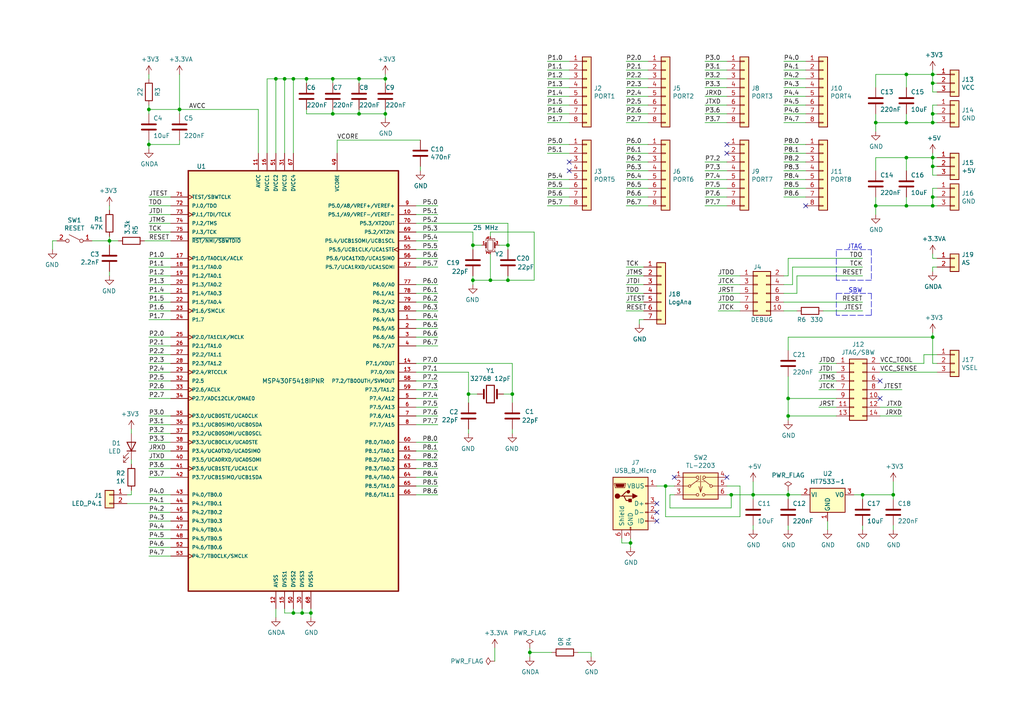
<source format=kicad_sch>
(kicad_sch (version 20211123) (generator eeschema)
  (paper "A4")
  (title_block (title "MSP430-5418A Proto Board") (date "2021-10-19") (rev "1.1") (company "Mathias Gruber"))
  (junction (at 153.67 189.23))
  (junction (at 82.55 22.86))
  (junction (at 218.44 143.51))
  (junction (at 228.6 115.57))
  (junction (at 80.01 22.86))
  (junction (at 85.09 22.86))
  (junction (at 262.89 59.69))
  (junction (at 90.17 177.8))
  (junction (at 262.89 35.56))
  (junction (at 142.24 81.28))
  (junction (at 270.51 33.02))
  (junction (at 228.6 143.51))
  (junction (at 96.52 33.02))
  (junction (at 250.19 143.51))
  (junction (at 270.51 45.72))
  (junction (at 147.32 81.28))
  (junction (at 137.16 71.12))
  (junction (at 270.51 97.79))
  (junction (at 270.51 48.26))
  (junction (at 254 35.56))
  (junction (at 212.09 143.51))
  (junction (at 262.89 21.59))
  (junction (at 31.75 69.85))
  (junction (at 104.14 22.86))
  (junction (at 52.07 31.75))
  (junction (at 270.51 24.13))
  (junction (at 135.89 114.3))
  (junction (at 137.16 81.28))
  (junction (at 193.04 140.97))
  (junction (at 43.18 41.91))
  (junction (at 43.18 31.75))
  (junction (at 147.32 71.12))
  (junction (at 270.51 59.69))
  (junction (at 270.51 35.56))
  (junction (at 111.76 22.86))
  (junction (at 88.9 22.86))
  (junction (at 270.51 21.59))
  (junction (at 104.14 33.02))
  (junction (at 96.52 22.86))
  (junction (at 85.09 177.8))
  (junction (at 259.08 143.51))
  (junction (at 182.88 157.48))
  (junction (at 148.59 114.3))
  (junction (at 254 59.69))
  (junction (at 87.63 177.8))
  (junction (at 228.6 120.65))
  (junction (at 111.76 33.02))
  (junction (at 262.89 45.72))
  (junction (at 270.51 57.15))
  (no_connect (at 190.5 151.13))
  (no_connect (at 190.5 146.05))
  (no_connect (at 165.1 46.99))
  (no_connect (at 165.1 49.53))
  (no_connect (at 195.58 138.43))
  (no_connect (at 233.68 59.69))
  (no_connect (at 190.5 148.59))
  (no_connect (at 255.27 115.57))
  (no_connect (at 255.27 110.49))
  (no_connect (at 210.82 41.91))
  (no_connect (at 210.82 138.43))
  (no_connect (at 210.82 44.45))
  (wire (pts (xy 43.18 41.91) (xy 43.18 40.64)))
  (wire (pts (xy 43.18 31.75) (xy 43.18 33.02)))
  (wire (pts (xy 242.57 107.95) (xy 237.49 107.95)))
  (wire (pts (xy 26.67 69.85) (xy 31.75 69.85)))
  (wire (pts (xy 185.42 92.71) (xy 185.42 93.98)))
  (wire (pts (xy 193.04 140.97) (xy 193.04 149.86)))
  (wire (pts (xy 255.27 113.03) (xy 261.62 113.03)))
  (wire (pts (xy 210.82 35.56) (xy 204.47 35.56)))
  (polyline (pts (xy 242.57 85.09) (xy 252.73 85.09)))
  (polyline (pts (xy 242.57 81.28) (xy 242.57 72.39)))
  (wire (pts (xy 52.07 41.91) (xy 43.18 41.91)))
  (wire (pts (xy 111.76 33.02) (xy 104.14 33.02)))
  (wire (pts (xy 227.33 87.63) (xy 250.19 87.63)))
  (wire (pts (xy 270.51 105.41) (xy 270.51 97.79)))
  (wire (pts (xy 43.18 43.18) (xy 43.18 41.91)))
  (wire (pts (xy 74.93 44.45) (xy 74.93 31.75)))
  (wire (pts (xy 120.65 138.43) (xy 127 138.43)))
  (wire (pts (xy 182.88 157.48) (xy 182.88 158.75)))
  (wire (pts (xy 270.51 54.61) (xy 270.51 57.15)))
  (wire (pts (xy 194.31 147.32) (xy 212.09 147.32)))
  (wire (pts (xy 137.16 81.28) (xy 142.24 81.28)))
  (wire (pts (xy 165.1 30.48) (xy 158.75 30.48)))
  (wire (pts (xy 270.51 24.13) (xy 270.51 26.67)))
  (wire (pts (xy 262.89 35.56) (xy 254 35.56)))
  (wire (pts (xy 254 35.56) (xy 254 33.02)))
  (wire (pts (xy 187.96 52.07) (xy 181.61 52.07)))
  (wire (pts (xy 271.78 54.61) (xy 270.51 54.61)))
  (wire (pts (xy 187.96 35.56) (xy 181.61 35.56)))
  (wire (pts (xy 120.65 128.27) (xy 127 128.27)))
  (wire (pts (xy 137.16 82.55) (xy 137.16 81.28)))
  (wire (pts (xy 153.67 187.96) (xy 153.67 189.23)))
  (wire (pts (xy 242.57 110.49) (xy 237.49 110.49)))
  (wire (pts (xy 233.68 33.02) (xy 227.33 33.02)))
  (wire (pts (xy 228.6 143.51) (xy 232.41 143.51)))
  (wire (pts (xy 210.82 30.48) (xy 204.47 30.48)))
  (wire (pts (xy 270.51 21.59) (xy 270.51 24.13)))
  (wire (pts (xy 187.96 46.99) (xy 181.61 46.99)))
  (wire (pts (xy 210.82 46.99) (xy 204.47 46.99)))
  (wire (pts (xy 233.68 52.07) (xy 227.33 52.07)))
  (wire (pts (xy 227.33 85.09) (xy 231.14 85.09)))
  (wire (pts (xy 233.68 22.86) (xy 227.33 22.86)))
  (wire (pts (xy 254 45.72) (xy 254 49.53)))
  (wire (pts (xy 43.18 30.48) (xy 43.18 31.75)))
  (wire (pts (xy 49.53 153.67) (xy 43.18 153.67)))
  (wire (pts (xy 210.82 22.86) (xy 204.47 22.86)))
  (wire (pts (xy 210.82 54.61) (xy 204.47 54.61)))
  (wire (pts (xy 228.6 152.4) (xy 228.6 153.67)))
  (wire (pts (xy 270.51 33.02) (xy 270.51 35.56)))
  (wire (pts (xy 49.53 110.49) (xy 43.18 110.49)))
  (wire (pts (xy 187.96 57.15) (xy 181.61 57.15)))
  (wire (pts (xy 104.14 22.86) (xy 96.52 22.86)))
  (wire (pts (xy 180.34 157.48) (xy 182.88 157.48)))
  (wire (pts (xy 104.14 33.02) (xy 96.52 33.02)))
  (wire (pts (xy 31.75 68.58) (xy 31.75 69.85)))
  (wire (pts (xy 120.65 118.11) (xy 127 118.11)))
  (wire (pts (xy 212.09 147.32) (xy 212.09 143.51)))
  (wire (pts (xy 262.89 45.72) (xy 254 45.72)))
  (wire (pts (xy 49.53 67.31) (xy 43.18 67.31)))
  (wire (pts (xy 120.65 133.35) (xy 127 133.35)))
  (wire (pts (xy 120.65 72.39) (xy 127 72.39)))
  (wire (pts (xy 270.51 20.32) (xy 270.51 21.59)))
  (wire (pts (xy 120.65 130.81) (xy 127 130.81)))
  (wire (pts (xy 137.16 72.39) (xy 137.16 71.12)))
  (wire (pts (xy 208.28 87.63) (xy 214.63 87.63)))
  (wire (pts (xy 36.83 143.51) (xy 38.1 143.51)))
  (wire (pts (xy 250.19 143.51) (xy 247.65 143.51)))
  (wire (pts (xy 43.18 100.33) (xy 49.53 100.33)))
  (wire (pts (xy 31.75 80.01) (xy 31.75 78.74)))
  (wire (pts (xy 88.9 22.86) (xy 88.9 24.13)))
  (wire (pts (xy 270.51 74.93) (xy 270.51 73.66)))
  (wire (pts (xy 210.82 140.97) (xy 214.63 140.97)))
  (wire (pts (xy 142.24 67.31) (xy 154.94 67.31)))
  (wire (pts (xy 142.24 68.58) (xy 142.24 67.31)))
  (wire (pts (xy 49.53 123.19) (xy 43.18 123.19)))
  (wire (pts (xy 154.94 81.28) (xy 147.32 81.28)))
  (wire (pts (xy 120.65 95.25) (xy 127 95.25)))
  (wire (pts (xy 88.9 22.86) (xy 85.09 22.86)))
  (wire (pts (xy 49.53 69.85) (xy 41.91 69.85)))
  (wire (pts (xy 262.89 57.15) (xy 262.89 59.69)))
  (wire (pts (xy 271.78 59.69) (xy 270.51 59.69)))
  (wire (pts (xy 147.32 72.39) (xy 147.32 71.12)))
  (wire (pts (xy 96.52 33.02) (xy 88.9 33.02)))
  (wire (pts (xy 120.65 85.09) (xy 127 85.09)))
  (wire (pts (xy 186.69 77.47) (xy 181.61 77.47)))
  (wire (pts (xy 96.52 22.86) (xy 88.9 22.86)))
  (wire (pts (xy 49.53 161.29) (xy 43.18 161.29)))
  (wire (pts (xy 153.67 189.23) (xy 153.67 190.5)))
  (wire (pts (xy 270.51 77.47) (xy 270.51 78.74)))
  (wire (pts (xy 237.49 118.11) (xy 242.57 118.11)))
  (wire (pts (xy 121.92 49.53) (xy 121.92 48.26)))
  (wire (pts (xy 231.14 80.01) (xy 250.19 80.01)))
  (wire (pts (xy 120.65 82.55) (xy 127 82.55)))
  (wire (pts (xy 49.53 146.05) (xy 36.83 146.05)))
  (wire (pts (xy 120.65 143.51) (xy 127 143.51)))
  (wire (pts (xy 240.03 151.13) (xy 240.03 153.67)))
  (wire (pts (xy 120.65 123.19) (xy 127 123.19)))
  (wire (pts (xy 210.82 25.4) (xy 204.47 25.4)))
  (wire (pts (xy 49.53 59.69) (xy 43.18 59.69)))
  (wire (pts (xy 96.52 24.13) (xy 96.52 22.86)))
  (wire (pts (xy 195.58 143.51) (xy 194.31 143.51)))
  (wire (pts (xy 165.1 20.32) (xy 158.75 20.32)))
  (wire (pts (xy 165.1 25.4) (xy 158.75 25.4)))
  (wire (pts (xy 186.69 87.63) (xy 181.61 87.63)))
  (wire (pts (xy 120.65 97.79) (xy 127 97.79)))
  (wire (pts (xy 212.09 143.51) (xy 218.44 143.51)))
  (wire (pts (xy 85.09 176.53) (xy 85.09 177.8)))
  (wire (pts (xy 165.1 54.61) (xy 158.75 54.61)))
  (wire (pts (xy 233.68 54.61) (xy 227.33 54.61)))
  (wire (pts (xy 165.1 17.78) (xy 158.75 17.78)))
  (wire (pts (xy 238.76 90.17) (xy 250.19 90.17)))
  (wire (pts (xy 187.96 30.48) (xy 181.61 30.48)))
  (wire (pts (xy 233.68 46.99) (xy 227.33 46.99)))
  (wire (pts (xy 270.51 44.45) (xy 270.51 45.72)))
  (wire (pts (xy 233.68 30.48) (xy 227.33 30.48)))
  (wire (pts (xy 233.68 49.53) (xy 227.33 49.53)))
  (wire (pts (xy 120.65 59.69) (xy 127 59.69)))
  (wire (pts (xy 250.19 144.78) (xy 250.19 143.51)))
  (wire (pts (xy 187.96 44.45) (xy 181.61 44.45)))
  (wire (pts (xy 120.65 107.95) (xy 135.89 107.95)))
  (wire (pts (xy 262.89 33.02) (xy 262.89 35.56)))
  (wire (pts (xy 270.51 97.79) (xy 270.51 96.52)))
  (wire (pts (xy 120.65 69.85) (xy 127 69.85)))
  (wire (pts (xy 120.65 140.97) (xy 127 140.97)))
  (wire (pts (xy 270.51 59.69) (xy 262.89 59.69)))
  (wire (pts (xy 186.69 80.01) (xy 181.61 80.01)))
  (wire (pts (xy 254 59.69) (xy 254 57.15)))
  (wire (pts (xy 120.65 100.33) (xy 127 100.33)))
  (wire (pts (xy 49.53 158.75) (xy 43.18 158.75)))
  (wire (pts (xy 171.45 189.23) (xy 171.45 190.5)))
  (wire (pts (xy 182.88 156.21) (xy 182.88 157.48)))
  (wire (pts (xy 104.14 31.75) (xy 104.14 33.02)))
  (wire (pts (xy 38.1 134.62) (xy 38.1 133.35)))
  (wire (pts (xy 143.51 187.96) (xy 143.51 191.77)))
  (polyline (pts (xy 242.57 72.39) (xy 252.73 72.39)))
  (wire (pts (xy 271.78 35.56) (xy 270.51 35.56)))
  (wire (pts (xy 254 62.23) (xy 254 59.69)))
  (wire (pts (xy 255.27 120.65) (xy 261.62 120.65)))
  (wire (pts (xy 49.53 85.09) (xy 43.18 85.09)))
  (wire (pts (xy 49.53 156.21) (xy 43.18 156.21)))
  (wire (pts (xy 49.53 82.55) (xy 43.18 82.55)))
  (wire (pts (xy 49.53 115.57) (xy 43.18 115.57)))
  (wire (pts (xy 165.1 52.07) (xy 158.75 52.07)))
  (wire (pts (xy 259.08 143.51) (xy 259.08 144.78)))
  (wire (pts (xy 49.53 92.71) (xy 43.18 92.71)))
  (wire (pts (xy 111.76 31.75) (xy 111.76 33.02)))
  (wire (pts (xy 111.76 33.02) (xy 111.76 34.29)))
  (wire (pts (xy 147.32 80.01) (xy 147.32 81.28)))
  (wire (pts (xy 165.1 57.15) (xy 158.75 57.15)))
  (wire (pts (xy 271.78 74.93) (xy 270.51 74.93)))
  (wire (pts (xy 82.55 177.8) (xy 85.09 177.8)))
  (wire (pts (xy 270.51 57.15) (xy 270.51 59.69)))
  (wire (pts (xy 270.51 45.72) (xy 262.89 45.72)))
  (wire (pts (xy 88.9 33.02) (xy 88.9 31.75)))
  (wire (pts (xy 228.6 74.93) (xy 250.19 74.93)))
  (wire (pts (xy 52.07 31.75) (xy 43.18 31.75)))
  (wire (pts (xy 38.1 125.73) (xy 38.1 124.46)))
  (wire (pts (xy 228.6 109.22) (xy 228.6 115.57)))
  (wire (pts (xy 270.51 35.56) (xy 262.89 35.56)))
  (wire (pts (xy 190.5 140.97) (xy 193.04 140.97)))
  (wire (pts (xy 233.68 17.78) (xy 227.33 17.78)))
  (wire (pts (xy 228.6 115.57) (xy 228.6 120.65)))
  (wire (pts (xy 121.92 40.64) (xy 97.79 40.64)))
  (wire (pts (xy 233.68 25.4) (xy 227.33 25.4)))
  (wire (pts (xy 255.27 105.41) (xy 267.97 105.41)))
  (wire (pts (xy 271.78 45.72) (xy 270.51 45.72)))
  (wire (pts (xy 231.14 90.17) (xy 227.33 90.17)))
  (wire (pts (xy 187.96 49.53) (xy 181.61 49.53)))
  (wire (pts (xy 49.53 148.59) (xy 43.18 148.59)))
  (wire (pts (xy 120.65 67.31) (xy 137.16 67.31)))
  (wire (pts (xy 210.82 59.69) (xy 204.47 59.69)))
  (wire (pts (xy 218.44 143.51) (xy 228.6 143.51)))
  (wire (pts (xy 262.89 49.53) (xy 262.89 45.72)))
  (wire (pts (xy 82.55 44.45) (xy 82.55 22.86)))
  (wire (pts (xy 49.53 125.73) (xy 43.18 125.73)))
  (wire (pts (xy 52.07 31.75) (xy 74.93 31.75)))
  (wire (pts (xy 82.55 176.53) (xy 82.55 177.8)))
  (wire (pts (xy 160.02 189.23) (xy 153.67 189.23)))
  (wire (pts (xy 34.29 69.85) (xy 31.75 69.85)))
  (wire (pts (xy 180.34 156.21) (xy 180.34 157.48)))
  (wire (pts (xy 262.89 21.59) (xy 254 21.59)))
  (wire (pts (xy 120.65 64.77) (xy 147.32 64.77)))
  (wire (pts (xy 90.17 176.53) (xy 90.17 177.8)))
  (wire (pts (xy 82.55 22.86) (xy 80.01 22.86)))
  (wire (pts (xy 228.6 143.51) (xy 228.6 142.24)))
  (wire (pts (xy 80.01 44.45) (xy 80.01 22.86)))
  (wire (pts (xy 49.53 74.93) (xy 43.18 74.93)))
  (wire (pts (xy 187.96 22.86) (xy 181.61 22.86)))
  (wire (pts (xy 49.53 77.47) (xy 43.18 77.47)))
  (wire (pts (xy 49.53 120.65) (xy 43.18 120.65)))
  (wire (pts (xy 80.01 176.53) (xy 80.01 179.07)))
  (wire (pts (xy 16.51 69.85) (xy 15.24 69.85)))
  (wire (pts (xy 210.82 52.07) (xy 204.47 52.07)))
  (wire (pts (xy 146.05 114.3) (xy 148.59 114.3)))
  (wire (pts (xy 208.28 90.17) (xy 214.63 90.17)))
  (wire (pts (xy 210.82 57.15) (xy 204.47 57.15)))
  (wire (pts (xy 167.64 189.23) (xy 171.45 189.23)))
  (wire (pts (xy 187.96 54.61) (xy 181.61 54.61)))
  (wire (pts (xy 120.65 87.63) (xy 127 87.63)))
  (wire (pts (xy 233.68 44.45) (xy 227.33 44.45)))
  (wire (pts (xy 214.63 149.86) (xy 193.04 149.86)))
  (wire (pts (xy 228.6 101.6) (xy 228.6 97.79)))
  (wire (pts (xy 270.51 30.48) (xy 270.51 33.02)))
  (wire (pts (xy 212.09 143.51) (xy 210.82 143.51)))
  (wire (pts (xy 233.68 20.32) (xy 227.33 20.32)))
  (wire (pts (xy 165.1 33.02) (xy 158.75 33.02)))
  (wire (pts (xy 233.68 27.94) (xy 227.33 27.94)))
  (wire (pts (xy 49.53 90.17) (xy 43.18 90.17)))
  (wire (pts (xy 165.1 41.91) (xy 158.75 41.91)))
  (wire (pts (xy 187.96 27.94) (xy 181.61 27.94)))
  (wire (pts (xy 270.51 45.72) (xy 270.51 48.26)))
  (wire (pts (xy 186.69 82.55) (xy 181.61 82.55)))
  (wire (pts (xy 85.09 22.86) (xy 82.55 22.86)))
  (wire (pts (xy 228.6 144.78) (xy 228.6 143.51)))
  (wire (pts (xy 120.65 92.71) (xy 127 92.71)))
  (polyline (pts (xy 252.73 72.39) (xy 252.73 81.28)))
  (wire (pts (xy 259.08 143.51) (xy 259.08 139.7)))
  (wire (pts (xy 227.33 82.55) (xy 229.87 82.55)))
  (wire (pts (xy 49.53 151.13) (xy 43.18 151.13)))
  (wire (pts (xy 97.79 40.64) (xy 97.79 44.45)))
  (wire (pts (xy 271.78 21.59) (xy 270.51 21.59)))
  (wire (pts (xy 52.07 33.02) (xy 52.07 31.75)))
  (wire (pts (xy 218.44 152.4) (xy 218.44 153.67)))
  (wire (pts (xy 52.07 40.64) (xy 52.07 41.91)))
  (wire (pts (xy 218.44 139.7) (xy 218.44 143.51)))
  (wire (pts (xy 254 38.1) (xy 254 35.56)))
  (wire (pts (xy 218.44 144.78) (xy 218.44 143.51)))
  (wire (pts (xy 148.59 116.84) (xy 148.59 114.3)))
  (wire (pts (xy 193.04 140.97) (xy 195.58 140.97)))
  (wire (pts (xy 233.68 57.15) (xy 227.33 57.15)))
  (wire (pts (xy 49.53 107.95) (xy 43.18 107.95)))
  (wire (pts (xy 148.59 105.41) (xy 148.59 114.3)))
  (wire (pts (xy 210.82 20.32) (xy 204.47 20.32)))
  (wire (pts (xy 85.09 44.45) (xy 85.09 22.86)))
  (wire (pts (xy 87.63 176.53) (xy 87.63 177.8)))
  (wire (pts (xy 165.1 35.56) (xy 158.75 35.56)))
  (wire (pts (xy 210.82 33.02) (xy 204.47 33.02)))
  (wire (pts (xy 165.1 22.86) (xy 158.75 22.86)))
  (wire (pts (xy 135.89 125.73) (xy 135.89 124.46)))
  (wire (pts (xy 144.78 71.12) (xy 147.32 71.12)))
  (wire (pts (xy 49.53 138.43) (xy 43.18 138.43)))
  (wire (pts (xy 120.65 110.49) (xy 127 110.49)))
  (wire (pts (xy 242.57 115.57) (xy 228.6 115.57)))
  (wire (pts (xy 227.33 80.01) (xy 228.6 80.01)))
  (wire (pts (xy 255.27 118.11) (xy 261.62 118.11)))
  (wire (pts (xy 147.32 81.28) (xy 142.24 81.28)))
  (wire (pts (xy 148.59 125.73) (xy 148.59 124.46)))
  (wire (pts (xy 254 21.59) (xy 254 25.4)))
  (wire (pts (xy 137.16 71.12) (xy 137.16 67.31)))
  (wire (pts (xy 262.89 59.69) (xy 254 59.69)))
  (wire (pts (xy 104.14 24.13) (xy 104.14 22.86)))
  (wire (pts (xy 77.47 22.86) (xy 77.47 44.45)))
  (wire (pts (xy 229.87 82.55) (xy 229.87 77.47)))
  (wire (pts (xy 186.69 85.09) (xy 181.61 85.09)))
  (wire (pts (xy 147.32 71.12) (xy 147.32 64.77)))
  (wire (pts (xy 15.24 69.85) (xy 15.24 72.39)))
  (wire (pts (xy 49.53 130.81) (xy 43.18 130.81)))
  (wire (pts (xy 120.65 113.03) (xy 127 113.03)))
  (wire (pts (xy 187.96 59.69) (xy 181.61 59.69)))
  (wire (pts (xy 250.19 152.4) (xy 250.19 153.67)))
  (wire (pts (xy 186.69 90.17) (xy 181.61 90.17)))
  (wire (pts (xy 49.53 128.27) (xy 43.18 128.27)))
  (wire (pts (xy 187.96 41.91) (xy 181.61 41.91)))
  (polyline (pts (xy 252.73 91.44) (xy 242.57 91.44)))
  (wire (pts (xy 120.65 74.93) (xy 127 74.93)))
  (wire (pts (xy 210.82 17.78) (xy 204.47 17.78)))
  (wire (pts (xy 85.09 177.8) (xy 87.63 177.8)))
  (wire (pts (xy 111.76 22.86) (xy 104.14 22.86)))
  (wire (pts (xy 49.53 102.87) (xy 43.18 102.87)))
  (wire (pts (xy 165.1 44.45) (xy 158.75 44.45)))
  (wire (pts (xy 210.82 27.94) (xy 204.47 27.94)))
  (wire (pts (xy 242.57 120.65) (xy 228.6 120.65)))
  (wire (pts (xy 49.53 105.41) (xy 43.18 105.41)))
  (wire (pts (xy 229.87 77.47) (xy 250.19 77.47)))
  (wire (pts (xy 38.1 142.24) (xy 38.1 143.51)))
  (wire (pts (xy 120.65 135.89) (xy 127 135.89)))
  (wire (pts (xy 165.1 27.94) (xy 158.75 27.94)))
  (wire (pts (xy 80.01 22.86) (xy 77.47 22.86)))
  (wire (pts (xy 208.28 80.01) (xy 214.63 80.01)))
  (wire (pts (xy 208.28 85.09) (xy 214.63 85.09)))
  (wire (pts (xy 270.51 21.59) (xy 262.89 21.59)))
  (wire (pts (xy 271.78 48.26) (xy 270.51 48.26)))
  (wire (pts (xy 208.28 82.55) (xy 214.63 82.55)))
  (wire (pts (xy 120.65 105.41) (xy 148.59 105.41)))
  (polyline (pts (xy 252.73 81.28) (xy 242.57 81.28)))
  (wire (pts (xy 49.53 80.01) (xy 43.18 80.01)))
  (wire (pts (xy 52.07 31.75) (xy 52.07 21.59)))
  (wire (pts (xy 111.76 22.86) (xy 111.76 24.13)))
  (wire (pts (xy 49.53 97.79) (xy 43.18 97.79)))
  (wire (pts (xy 259.08 152.4) (xy 259.08 153.67)))
  (wire (pts (xy 49.53 62.23) (xy 43.18 62.23)))
  (wire (pts (xy 139.7 71.12) (xy 137.16 71.12)))
  (wire (pts (xy 137.16 80.01) (xy 137.16 81.28)))
  (wire (pts (xy 233.68 41.91) (xy 227.33 41.91)))
  (wire (pts (xy 31.75 69.85) (xy 31.75 71.12)))
  (wire (pts (xy 271.78 24.13) (xy 270.51 24.13)))
  (wire (pts (xy 228.6 80.01) (xy 228.6 74.93)))
  (wire (pts (xy 43.18 21.59) (xy 43.18 22.86)))
  (wire (pts (xy 142.24 81.28) (xy 142.24 73.66)))
  (wire (pts (xy 96.52 31.75) (xy 96.52 33.02)))
  (wire (pts (xy 186.69 92.71) (xy 185.42 92.71)))
  (wire (pts (xy 49.53 64.77) (xy 43.18 64.77)))
  (wire (pts (xy 270.51 50.8) (xy 271.78 50.8)))
  (wire (pts (xy 231.14 85.09) (xy 231.14 80.01)))
  (wire (pts (xy 210.82 49.53) (xy 204.47 49.53)))
  (wire (pts (xy 242.57 113.03) (xy 237.49 113.03)))
  (wire (pts (xy 255.27 107.95) (xy 271.78 107.95)))
  (wire (pts (xy 267.97 102.87) (xy 267.97 105.41)))
  (wire (pts (xy 120.65 62.23) (xy 127 62.23)))
  (wire (pts (xy 267.97 102.87) (xy 271.78 102.87)))
  (wire (pts (xy 271.78 30.48) (xy 270.51 30.48)))
  (wire (pts (xy 135.89 116.84) (xy 135.89 114.3)))
  (wire (pts (xy 187.96 33.02) (xy 181.61 33.02)))
  (polyline (pts (xy 252.73 85.09) (xy 252.73 91.44)))
  (wire (pts (xy 49.53 87.63) (xy 43.18 87.63)))
  (wire (pts (xy 120.65 90.17) (xy 127 90.17)))
  (wire (pts (xy 165.1 59.69) (xy 158.75 59.69)))
  (wire (pts (xy 49.53 143.51) (xy 43.18 143.51)))
  (wire (pts (xy 49.53 135.89) (xy 43.18 135.89)))
  (wire (pts (xy 271.78 77.47) (xy 270.51 77.47)))
  (wire (pts (xy 250.19 143.51) (xy 259.08 143.51)))
  (wire (pts (xy 187.96 17.78) (xy 181.61 17.78)))
  (wire (pts (xy 135.89 107.95) (xy 135.89 114.3)))
  (wire (pts (xy 87.63 177.8) (xy 90.17 177.8)))
  (wire (pts (xy 214.63 140.97) (xy 214.63 149.86)))
  (wire (pts (xy 49.53 133.35) (xy 43.18 133.35)))
  (wire (pts (xy 270.51 48.26) (xy 270.51 50.8)))
  (wire (pts (xy 262.89 25.4) (xy 262.89 21.59)))
  (wire (pts (xy 111.76 21.59) (xy 111.76 22.86)))
  (wire (pts (xy 120.65 77.47) (xy 127 77.47)))
  (wire (pts (xy 271.78 57.15) (xy 270.51 57.15)))
  (wire (pts (xy 120.65 115.57) (xy 127 115.57)))
  (wire (pts (xy 271.78 105.41) (xy 270.51 105.41)))
  (wire (pts (xy 228.6 120.65) (xy 228.6 121.92)))
  (wire (pts (xy 49.53 113.03) (xy 43.18 113.03)))
  (wire (pts (xy 233.68 35.56) (xy 227.33 35.56)))
  (wire (pts (xy 31.75 60.96) (xy 31.75 59.69)))
  (wire (pts (xy 154.94 67.31) (xy 154.94 81.28)))
  (wire (pts (xy 138.43 114.3) (xy 135.89 114.3)))
  (wire (pts (xy 187.96 25.4) (xy 181.61 25.4)))
  (polyline (pts (xy 242.57 91.44) (xy 242.57 85.09)))
  (wire (pts (xy 237.49 105.41) (xy 242.57 105.41)))
  (wire (pts (xy 49.53 57.15) (xy 43.18 57.15)))
  (wire (pts (xy 271.78 33.02) (xy 270.51 33.02)))
  (wire (pts (xy 270.51 26.67) (xy 271.78 26.67)))
  (wire (pts (xy 194.31 143.51) (xy 194.31 147.32)))
  (wire (pts (xy 90.17 177.8) (xy 90.17 179.07)))
  (wire (pts (xy 187.96 20.32) (xy 181.61 20.32)))
  (wire (pts (xy 228.6 97.79) (xy 270.51 97.79)))
  (wire (pts (xy 120.65 120.65) (xy 127 120.65)))
  (text "SBW" (at 250.19 85.09 180) (effects (font (size 1.27 1.27)) (justify right bottom)))
  (text "JTAG" (at 250.19 72.39 180) (effects (font (size 1.27 1.27)) (justify right bottom)))
  (label "P7.6" (at 204.47 57.15 0))
  (label "P3.7" (at 43.18 138.43 0))
  (label "P1.5" (at 43.18 87.63 0))
  (label "P5.6" (at 127 74.93 180))
  (label "P8.0" (at 127 128.27 180))
  (label "P2.5" (at 43.18 110.49 0))
  (label "P2.7" (at 43.18 115.57 0))
  (label "P7.5" (at 127 118.11 180))
  (label "P7.2" (at 127 110.49 180))
  (label "P5.5" (at 158.75 54.61 0))
  (label "RESET" (at 181.61 90.17 0))
  (label "P2.4" (at 43.18 107.95 0))
  (label "P6.3" (at 127 90.17 180))
  (label "JTDI" (at 237.49 107.95 0))
  (label "P7.4" (at 127 115.57 180))
  (label "P1.5" (at 158.75 30.48 0))
  (label "P8.0" (at 227.33 41.91 0))
  (label "TDO" (at 43.18 59.69 0))
  (label "P1.2" (at 43.18 80.01 0))
  (label "P7.2" (at 204.47 46.99 0))
  (label "P1.1" (at 43.18 77.47 0))
  (label "RESET" (at 43.18 69.85 0))
  (label "P4.1" (at 43.18 146.05 0))
  (label "P8.2" (at 227.33 46.99 0))
  (label "P5.2" (at 127 64.77 180))
  (label "JTDO" (at 208.28 80.01 0))
  (label "P4.5" (at 43.18 156.21 0))
  (label "TCK" (at 250.19 77.47 180))
  (label "P8.4" (at 227.33 52.07 0))
  (label "JTDI" (at 43.18 62.23 0))
  (label "P4.0" (at 227.33 17.78 0))
  (label "P5.0" (at 158.75 41.91 0))
  (label "P4.6" (at 43.18 158.75 0))
  (label "P5.0" (at 127 59.69 180))
  (label "JTXD" (at 43.18 133.35 0))
  (label "P8.6" (at 127 143.51 180))
  (label "P7.6" (at 127 120.65 180))
  (label "P2.4" (at 181.61 27.94 0))
  (label "P3.2" (at 204.47 22.86 0))
  (label "P5.4" (at 158.75 52.07 0))
  (label "P2.1" (at 43.18 100.33 0))
  (label "P1.7" (at 43.18 92.71 0))
  (label "P1.3" (at 43.18 82.55 0))
  (label "P7.3" (at 204.47 49.53 0))
  (label "P6.2" (at 181.61 46.99 0))
  (label "VCORE" (at 97.79 40.64 0))
  (label "P4.3" (at 227.33 25.4 0))
  (label "P2.3" (at 181.61 25.4 0))
  (label "P8.3" (at 227.33 49.53 0))
  (label "P6.1" (at 181.61 44.45 0))
  (label "P1.3" (at 158.75 25.4 0))
  (label "P7.3" (at 127 113.03 180))
  (label "P6.5" (at 127 95.25 180))
  (label "P7.4" (at 204.47 52.07 0))
  (label "P7.7" (at 127 123.19 180))
  (label "TCK" (at 43.18 67.31 0))
  (label "JTCK" (at 208.28 82.55 0))
  (label "P3.3" (at 204.47 25.4 0))
  (label "P3.1" (at 204.47 20.32 0))
  (label "P1.0" (at 43.18 74.93 0))
  (label "TDO" (at 181.61 85.09 0))
  (label "P4.4" (at 43.18 153.67 0))
  (label "P4.0" (at 43.18 143.51 0))
  (label "P7.1" (at 127 107.95 180))
  (label "P4.3" (at 43.18 151.13 0))
  (label "RESET" (at 250.19 80.01 180))
  (label "P6.6" (at 181.61 57.15 0))
  (label "P4.6" (at 227.33 33.02 0))
  (label "JTMS" (at 237.49 110.49 0))
  (label "P3.1" (at 43.18 123.19 0))
  (label "P8.4" (at 127 138.43 180))
  (label "JTEST" (at 181.61 87.63 0))
  (label "TDO" (at 250.19 74.93 180))
  (label "P6.7" (at 181.61 59.69 0))
  (label "P1.6" (at 43.18 90.17 0))
  (label "P3.3" (at 43.18 128.27 0))
  (label "P1.0" (at 158.75 17.78 0))
  (label "P5.5" (at 127 72.39 180))
  (label "P8.6" (at 227.33 57.15 0))
  (label "JRST" (at 208.28 85.09 0))
  (label "P6.6" (at 127 97.79 180))
  (label "P6.1" (at 127 85.09 180))
  (label "P3.2" (at 43.18 125.73 0))
  (label "P5.7" (at 127 77.47 180))
  (label "P5.3" (at 127 67.31 180))
  (label "JRXD" (at 204.47 27.94 0))
  (label "P2.2" (at 43.18 102.87 0))
  (label "P4.1" (at 227.33 20.32 0))
  (label "P6.4" (at 181.61 52.07 0))
  (label "JTXD" (at 204.47 30.48 0))
  (label "P3.0" (at 204.47 17.78 0))
  (label "P6.5" (at 181.61 54.61 0))
  (label "P3.6" (at 204.47 33.02 0))
  (label "P4.2" (at 227.33 22.86 0))
  (label "JTMS" (at 43.18 64.77 0))
  (label "JTXD" (at 261.62 118.11 180))
  (label "AVCC" (at 59.69 31.75 180))
  (label "VCC_SENSE" (at 255.27 107.95 0))
  (label "P6.7" (at 127 100.33 180))
  (label "P4.4" (at 227.33 27.94 0))
  (label "P8.2" (at 127 133.35 180))
  (label "P6.3" (at 181.61 49.53 0))
  (label "P8.5" (at 227.33 54.61 0))
  (label "P1.4" (at 158.75 27.94 0))
  (label "JTDI" (at 181.61 82.55 0))
  (label "P6.0" (at 181.61 41.91 0))
  (label "RESET" (at 250.19 87.63 180))
  (label "P1.1" (at 158.75 20.32 0))
  (label "JTCK" (at 237.49 113.03 0))
  (label "P8.3" (at 127 135.89 180))
  (label "P2.0" (at 43.18 97.79 0))
  (label "JTEST" (at 250.19 90.17 180))
  (label "P5.7" (at 158.75 59.69 0))
  (label "P1.6" (at 158.75 33.02 0))
  (label "P4.7" (at 43.18 161.29 0))
  (label "P7.0" (at 127 105.41 180))
  (label "JRXD" (at 261.62 120.65 180))
  (label "P8.1" (at 227.33 44.45 0))
  (label "P4.7" (at 227.33 35.56 0))
  (label "P5.6" (at 158.75 57.15 0))
  (label "P5.1" (at 158.75 44.45 0))
  (label "P4.2" (at 43.18 148.59 0))
  (label "P2.6" (at 181.61 33.02 0))
  (label "P1.2" (at 158.75 22.86 0))
  (label "P7.7" (at 204.47 59.69 0))
  (label "JRST" (at 237.49 118.11 0))
  (label "P3.6" (at 43.18 135.89 0))
  (label "P2.1" (at 181.61 20.32 0))
  (label "VCC_TOOL" (at 255.27 105.41 0))
  (label "P2.7" (at 181.61 35.56 0))
  (label "P8.1" (at 127 130.81 180))
  (label "JTMS" (at 181.61 80.01 0))
  (label "P4.5" (at 227.33 30.48 0))
  (label "P7.5" (at 204.47 54.61 0))
  (label "JTDO" (at 237.49 105.41 0))
  (label "TCK" (at 181.61 77.47 0))
  (label "P3.7" (at 204.47 35.56 0))
  (label "P2.3" (at 43.18 105.41 0))
  (label "P3.0" (at 43.18 120.65 0))
  (label "P1.7" (at 158.75 35.56 0))
  (label "P2.2" (at 181.61 22.86 0))
  (label "JRXD" (at 43.18 130.81 0))
  (label "P6.2" (at 127 87.63 180))
  (label "P5.4" (at 127 69.85 180))
  (label "P6.0" (at 127 82.55 180))
  (label "JTDO" (at 208.28 87.63 0))
  (label "P2.6" (at 43.18 113.03 0))
  (label "P2.0" (at 181.61 17.78 0))
  (label "P6.4" (at 127 92.71 180))
  (label "P5.1" (at 127 62.23 180))
  (label "JTEST" (at 261.62 113.03 180))
  (label "P2.5" (at 181.61 30.48 0))
  (label "JTEST" (at 43.18 57.15 0))
  (label "P8.5" (at 127 140.97 180))
  (label "P1.4" (at 43.18 85.09 0))
  (label "JTCK" (at 208.28 90.17 0))
  (symbol (lib_id "power:+3.3V") (at 111.76 21.59 0) (unit 1)
    (property "Reference" "#PWR011" (effects hide))
    (property "Value" "+3.3V" (at 112.141 17.1958 0))
  )
  (symbol (lib_id "power:GND") (at 90.17 179.07 0) (unit 1)
    (property "Reference" "#PWR010" (effects hide))
    (property "Value" "GND" (at 90.297 183.4642 0))
  )
  (symbol (lib_id "Connector:USB_B_Micro") (at 182.88 146.05 0) (unit 1)
    (property "Reference" "J7" (at 184.3278 134.1882 0))
    (property "Value" "USB_B_Micro" (at 184.3278 136.4996 0))
    (property "Footprint" "lib:USB_Micro-B_Molex-105017-0001-handsolder" (effects hide))
    (property "LCSC" "C10418" (effects hide))
    (property "Descr" "1 1A 母座 USB - Micro B 5 USB 2.0 SMD USB Connectors ROHS" (effects hide))
  )
  (symbol (lib_id "Connector_Generic:Conn_02x07_Odd_Even") (at 247.65 113.03 0) (unit 1)
    (property "Reference" "J12" (at 248.92 99.8982 0))
    (property "Value" "JTAG/SBW" (at 248.92 102.2096 0))
    (property "Footprint" "Connector_IDC:IDC-Header_2x07_P2.54mm_Vertical" (effects hide))
  )
  (symbol (lib_id "power:+5V") (at 218.44 139.7 0) (unit 1)
    (property "Reference" "#PWR015" (effects hide))
    (property "Value" "+5V" (at 218.821 135.3058 0))
  )
  (symbol (lib_id "Connector_Generic:Conn_01x03") (at 276.86 105.41 0) (unit 1)
    (property "Reference" "J17" (at 278.892 104.3432 0) (effects (justify left)))
    (property "Value" "VSEL" (at 278.892 106.6546 0) (effects (justify left)))
    (property "Footprint" "Connector_PinHeader_2.54mm:PinHeader_1x03_P2.54mm_Vertical" (effects hide))
  )
  (symbol (lib_id "power:+3.3V") (at 270.51 96.52 0) (unit 1)
    (property "Reference" "#PWR025" (effects hide))
    (property "Value" "+3.3V" (at 270.891 92.1258 0))
  )
  (symbol (lib_id "power:GND") (at 228.6 121.92 0) (unit 1)
    (property "Reference" "#PWR017" (effects hide))
    (property "Value" "GND" (at 228.727 126.3142 0))
  )
  (symbol (lib_id "Device:R") (at 31.75 64.77 0) (mirror y) (unit 1)
    (property "Reference" "R1" (at 29.972 63.6016 0) (effects (justify left)))
    (property "Value" "47K" (at 29.972 65.913 0) (effects (justify left)))
    (property "Footprint" "Resistor_SMD:R_0603_1608Metric_Pad0.98x0.95mm_HandSolder" (effects hide))
    (property "Descr" "0603 Chip Resistor - Surface Mount ROHS" (effects hide))
  )
  (symbol (lib_id "Device:C") (at 31.75 74.93 0) (mirror y) (unit 1)
    (property "Reference" "C3" (at 28.829 73.7616 0) (effects (justify left)))
    (property "Value" "2.2nF" (at 28.829 76.073 0) (effects (justify left)))
    (property "Footprint" "Capacitor_SMD:C_0603_1608Metric_Pad1.08x0.95mm_HandSolder" (effects hide))
    (property "Descr" "X7R 2.2nF ±10% 50V 0603 Multilayer Ceramic Capacitors MLCC - SMD/SMT ROHS" (effects hide))
    (property "LCSC" "C1604" (effects hide))
  )
  (symbol (lib_id "power:+3.3V") (at 31.75 59.69 0) (mirror y) (unit 1)
    (property "Reference" "#PWR04" (effects hide))
    (property "Value" "+3.3V" (at 31.369 55.2958 0))
  )
  (symbol (lib_id "power:GND") (at 31.75 80.01 0) (mirror y) (unit 1)
    (property "Reference" "#PWR05" (effects hide))
    (property "Value" "GND" (at 31.623 84.4042 0))
  )
  (symbol (lib_id "power:GND") (at 182.88 158.75 0) (unit 1)
    (property "Reference" "#PWR014" (effects hide))
    (property "Value" "GND" (at 183.007 163.1442 0))
  )
  (symbol (lib_id "Regulator_Linear:MCP1703A-3302_SOT89") (at 240.03 143.51 0) (unit 1)
    (property "Reference" "U2" (at 240.03 137.3632 0))
    (property "Value" "HT7533-1" (at 240.03 139.6746 0))
    (property "Footprint" "Package_TO_SOT_SMD:SOT-89-3_Handsoldering" (effects hide))
    (property "Datasheet" "http://ww1.microchip.com/downloads/en/DeviceDoc/20005122B.pdf" (effects hide))
    (property "LCSC" "C14289" (effects hide))
    (property "Descr" "SOT-89(SOT-89-3) Linear Voltage Regulators (LDO) ROHS" (effects hide))
  )
  (symbol (lib_id "power:+3.3V") (at 259.08 139.7 0) (unit 1)
    (property "Reference" "#PWR026" (effects hide))
    (property "Value" "+3.3V" (at 259.461 135.3058 0))
  )
  (symbol (lib_id "Device:C") (at 111.76 27.94 0) (unit 1)
    (property "Reference" "C9" (at 111.76 25.4 0) (effects (justify left)))
    (property "Value" "220nF" (at 111.76 30.48 0) (effects (justify left)))
    (property "Footprint" "Capacitor_SMD:C_0603_1608Metric_Pad1.08x0.95mm_HandSolder" (effects hide))
    (property "LCSC" "C21120" (effects hide))
    (property "Descr" "0603 Multilayer Ceramic Capacitors MLCC - SMD/SMT ROHS" (effects hide))
  )
  (symbol (lib_id "power:GND") (at 111.76 34.29 0) (unit 1)
    (property "Reference" "#PWR012" (effects hide))
    (property "Value" "GND" (at 111.887 38.6842 0))
  )
  (symbol (lib_id "Device:C") (at 228.6 148.59 0) (unit 1)
    (property "Reference" "C12" (at 229.87 146.05 0) (effects (justify left)))
    (property "Value" "220nF" (at 229.87 151.13 0) (effects (justify left)))
    (property "Footprint" "Capacitor_SMD:C_0603_1608Metric_Pad1.08x0.95mm_HandSolder" (effects hide))
    (property "LCSC" "C21120" (effects hide))
    (property "Descr" "0603 Multilayer Ceramic Capacitors MLCC - SMD/SMT ROHS" (effects hide))
  )
  (symbol (lib_id "Device:C") (at 218.44 148.59 0) (unit 1)
    (property "Reference" "C11" (at 219.71 146.05 0) (effects (justify left)))
    (property "Value" "10uF" (at 219.71 151.13 0) (effects (justify left)))
    (property "Footprint" "Capacitor_SMD:C_0603_1608Metric_Pad1.08x0.95mm_HandSolder" (effects hide))
    (property "Descr" "0603 Multilayer Ceramic Capacitors MLCC - SMD/SMT ROHS" (effects hide))
    (property "LCSC" "C19702" (effects hide))
  )
  (symbol (lib_id "Device:C") (at 52.07 36.83 0) (unit 1)
    (property "Reference" "C5" (at 53.34 34.29 0) (effects (justify left)))
    (property "Value" "220nF" (at 53.34 39.37 0) (effects (justify left)))
    (property "Footprint" "Capacitor_SMD:C_0603_1608Metric_Pad1.08x0.95mm_HandSolder" (effects hide))
    (property "LCSC" "C21120" (effects hide))
    (property "Descr" "0603 Multilayer Ceramic Capacitors MLCC - SMD/SMT ROHS" (effects hide))
  )
  (symbol (lib_id "Switch:SW_SPST") (at 21.59 69.85 0) (mirror y) (unit 1)
    (property "Reference" "SW1" (at 21.59 63.881 0))
    (property "Value" "RESET" (at 21.59 66.1924 0))
    (property "Footprint" "lib:SW_Push_SPST_NO_Alps_SKRK_handsolder" (effects hide))
    (property "LCSC" "C720477" (effects hide))
    (property "Descr" "SMD,3×4×2.0mm Tactile Switches ROHS" (effects hide))
  )
  (symbol (lib_id "Connector_Generic:Conn_01x08") (at 170.18 25.4 0) (unit 1)
    (property "Reference" "J2" (at 172.212 25.6032 0) (effects (justify left)))
    (property "Value" "PORT1" (at 172.212 27.9146 0) (effects (justify left)))
    (property "Footprint" "Connector_PinHeader_2.54mm:PinHeader_1x08_P2.54mm_Vertical" (effects hide))
  )
  (symbol (lib_id "power:GND") (at 15.24 72.39 0) (mirror y) (unit 1)
    (property "Reference" "#PWR03" (effects hide))
    (property "Value" "GND" (at 15.113 76.7842 0))
  )
  (symbol (lib_id "Connector_Generic:Conn_01x08") (at 193.04 25.4 0) (unit 1)
    (property "Reference" "J5" (at 195.072 25.6032 0) (effects (justify left)))
    (property "Value" "PORT2" (at 195.072 27.9146 0) (effects (justify left)))
    (property "Footprint" "Connector_PinHeader_2.54mm:PinHeader_1x08_P2.54mm_Vertical" (effects hide))
  )
  (symbol (lib_id "Connector_Generic:Conn_01x08") (at 215.9 25.4 0) (unit 1)
    (property "Reference" "J8" (at 217.932 25.6032 0) (effects (justify left)))
    (property "Value" "PORT3" (at 217.932 27.9146 0) (effects (justify left)))
    (property "Footprint" "Connector_PinHeader_2.54mm:PinHeader_1x08_P2.54mm_Vertical" (effects hide))
  )
  (symbol (lib_id "power:GND") (at 240.03 153.67 0) (unit 1)
    (property "Reference" "#PWR021" (effects hide))
    (property "Value" "GND" (at 240.157 158.0642 0))
  )
  (symbol (lib_id "power:GND") (at 228.6 153.67 0) (unit 1)
    (property "Reference" "#PWR018" (effects hide))
    (property "Value" "GND" (at 228.727 158.0642 0))
  )
  (symbol (lib_id "power:GND") (at 218.44 153.67 0) (unit 1)
    (property "Reference" "#PWR016" (effects hide))
    (property "Value" "GND" (at 218.567 158.0642 0))
  )
  (symbol (lib_id "Connector_Generic:Conn_01x08") (at 238.76 25.4 0) (unit 1)
    (property "Reference" "J10" (at 240.792 25.6032 0) (effects (justify left)))
    (property "Value" "PORT4" (at 240.792 27.9146 0) (effects (justify left)))
    (property "Footprint" "Connector_PinHeader_2.54mm:PinHeader_1x08_P2.54mm_Vertical" (effects hide))
  )
  (symbol (lib_id "Connector_Generic:Conn_01x08") (at 170.18 49.53 0) (unit 1)
    (property "Reference" "J3" (at 172.212 49.7332 0) (effects (justify left)))
    (property "Value" "PORT5" (at 172.212 52.0446 0) (effects (justify left)))
    (property "Footprint" "Connector_PinHeader_2.54mm:PinHeader_1x08_P2.54mm_Vertical" (effects hide))
  )
  (symbol (lib_id "Device:C") (at 43.18 36.83 0) (unit 1)
    (property "Reference" "C4" (at 44.45 34.29 0) (effects (justify left)))
    (property "Value" "10uF" (at 44.45 39.37 0) (effects (justify left)))
    (property "Footprint" "Capacitor_SMD:C_0603_1608Metric_Pad1.08x0.95mm_HandSolder" (effects hide))
    (property "Descr" "0603 Multilayer Ceramic Capacitors MLCC - SMD/SMT ROHS" (effects hide))
    (property "LCSC" "C19702" (effects hide))
  )
  (symbol (lib_id "Device:C") (at 250.19 148.59 0) (unit 1)
    (property "Reference" "C17" (at 251.46 146.05 0) (effects (justify left)))
    (property "Value" "10uF" (at 251.46 151.13 0) (effects (justify left)))
    (property "Footprint" "Capacitor_SMD:C_0603_1608Metric_Pad1.08x0.95mm_HandSolder" (effects hide))
    (property "Descr" "0603 Multilayer Ceramic Capacitors MLCC - SMD/SMT ROHS" (effects hide))
    (property "LCSC" "C19702" (effects hide))
  )
  (symbol (lib_id "Device:C") (at 259.08 148.59 0) (unit 1)
    (property "Reference" "C18" (at 260.35 146.05 0) (effects (justify left)))
    (property "Value" "220nF" (at 260.35 151.13 0) (effects (justify left)))
    (property "Footprint" "Capacitor_SMD:C_0603_1608Metric_Pad1.08x0.95mm_HandSolder" (effects hide))
    (property "LCSC" "C21120" (effects hide))
    (property "Descr" "0603 Multilayer Ceramic Capacitors MLCC - SMD/SMT ROHS" (effects hide))
  )
  (symbol (lib_id "Connector_Generic:Conn_02x05_Odd_Even") (at 219.71 85.09 0) (unit 1)
    (property "Reference" "J4" (at 219.71 77.47 0))
    (property "Value" "DEBUG" (at 220.98 92.71 0))
    (property "Footprint" "Connector_PinHeader_2.54mm:PinHeader_2x05_P2.54mm_Vertical" (effects hide))
  )
  (symbol (lib_id "power:GND") (at 250.19 153.67 0) (unit 1)
    (property "Reference" "#PWR022" (effects hide))
    (property "Value" "GND" (at 250.317 158.0642 0))
  )
  (symbol (lib_id "power:GND") (at 259.08 153.67 0) (unit 1)
    (property "Reference" "#PWR027" (effects hide))
    (property "Value" "GND" (at 259.207 158.0642 0))
  )
  (symbol (lib_id "Device:R") (at 38.1 138.43 0) (mirror y) (unit 1)
    (property "Reference" "R2" (at 36.322 137.2616 0) (effects (justify left)))
    (property "Value" "1K" (at 36.322 139.573 0) (effects (justify left)))
    (property "Footprint" "Resistor_SMD:R_0603_1608Metric_Pad0.98x0.95mm_HandSolder" (effects hide))
    (property "Descr" "0603 Chip Resistor - Surface Mount ROHS" (effects hide))
    (property "LCSC" "C21190" (effects hide))
  )
  (symbol (lib_id "Device:LED") (at 38.1 129.54 270) (mirror x) (unit 1)
    (property "Reference" "D1" (at 35.1028 128.5494 90) (effects (justify right)))
    (property "Value" "LED" (at 35.1028 130.8608 90) (effects (justify right)))
    (property "Footprint" "LED_SMD:LED_0603_1608Metric_Pad1.05x0.95mm_HandSolder" (effects hide))
    (property "LCSC" "C72038" (effects hide))
    (property "Descr" "585.5~591.5nm 0603 Light Emitting Diodes (LED) ROHS" (effects hide))
  )
  (symbol (lib_id "power:+3.3V") (at 38.1 124.46 0) (mirror y) (unit 1)
    (property "Reference" "#PWR06" (effects hide))
    (property "Value" "+3.3V" (at 37.719 120.0658 0))
  )
  (symbol (lib_id "Device:R") (at 43.18 26.67 0) (unit 1)
    (property "Reference" "R3" (at 45.72 26.67 90))
    (property "Value" "22" (at 40.64 26.67 90))
    (property "Footprint" "Resistor_SMD:R_0603_1608Metric_Pad0.98x0.95mm_HandSolder" (effects hide))
    (property "Descr" "±1% ±200ppm/℃ 0.1W 22Ω 0603 Chip Resistor - Surface Mount ROHS" (effects hide))
    (property "LCSC" "C23345" (effects hide))
  )
  (symbol (lib_id "Connector_Generic:Conn_01x02") (at 31.75 143.51 0) (mirror y) (unit 1)
    (property "Reference" "J1" (at 29.718 143.7132 0) (effects (justify left)))
    (property "Value" "LED_P4.1" (at 29.718 146.0246 0) (effects (justify left)))
    (property "Footprint" "Connector_PinHeader_2.54mm:PinHeader_1x02_P2.54mm_Vertical" (effects hide))
  )
  (symbol (lib_id "power:GND") (at 135.89 125.73 0) (mirror y) (unit 1)
    (property "Reference" "#PWR02" (effects hide))
    (property "Value" "GND" (at 135.763 130.1242 0))
  )
  (symbol (lib_id "Device:Crystal") (at 142.24 114.3 0) (mirror x) (unit 1)
    (property "Reference" "Y1" (at 142.24 107.4928 0))
    (property "Value" "32768 12pF" (at 142.24 109.8042 0))
    (property "Footprint" "Crystal:Crystal_SMD_G8-2Pin_3.2x1.5mm_HandSoldering" (effects hide))
    (property "Descr" "SMD3215-2P Crystals ROHS" (effects hide))
    (property "LCSC" "C32346" (effects hide))
  )
  (symbol (lib_id "TL-2203:TL-2203") (at 203.2 140.97 0) (unit 1)
    (property "Reference" "SW2" (at 203.2 132.715 0))
    (property "Value" "TL-2203" (at 203.2 135.0264 0))
    (property "Footprint" "lib:TL-2203" (effects hide))
  )
  (symbol (lib_id "power:PWR_FLAG") (at 228.6 142.24 0) (unit 1)
    (property "Reference" "#FLG01" (effects hide))
    (property "Value" "PWR_FLAG" (at 228.6 137.8458 0))
  )
  (symbol (lib_id "Connector_Generic:Conn_01x03") (at 276.86 33.02 0) (unit 1)
    (property "Reference" "J14" (at 278.892 31.9532 0) (effects (justify left)))
    (property "Value" "GND" (at 278.892 34.2646 0) (effects (justify left)))
    (property "Footprint" "Connector_PinHeader_2.54mm:PinHeader_1x03_P2.54mm_Vertical" (effects hide))
  )
  (symbol (lib_id "Connector_Generic:Conn_01x03") (at 276.86 57.15 0) (unit 1)
    (property "Reference" "J16" (at 278.892 56.0832 0) (effects (justify left)))
    (property "Value" "GND" (at 278.892 58.3946 0) (effects (justify left)))
    (property "Footprint" "Connector_PinHeader_2.54mm:PinHeader_1x03_P2.54mm_Vertical" (effects hide))
  )
  (symbol (lib_id "Connector_Generic:Conn_01x03") (at 276.86 24.13 0) (unit 1)
    (property "Reference" "J13" (at 278.892 23.0632 0) (effects (justify left)))
    (property "Value" "VCC" (at 278.892 25.3746 0) (effects (justify left)))
    (property "Footprint" "Connector_PinHeader_2.54mm:PinHeader_1x03_P2.54mm_Vertical" (effects hide))
  )
  (symbol (lib_id "power:GND") (at 254 38.1 0) (unit 1)
    (property "Reference" "#PWR019" (effects hide))
    (property "Value" "GND" (at 254.127 42.4942 0))
  )
  (symbol (lib_id "power:GND") (at 254 62.23 0) (unit 1)
    (property "Reference" "#PWR020" (effects hide))
    (property "Value" "GND" (at 254.127 66.6242 0))
  )
  (symbol (lib_id "power:+3.3V") (at 270.51 20.32 0) (unit 1)
    (property "Reference" "#PWR023" (effects hide))
    (property "Value" "+3.3V" (at 270.891 15.9258 0))
  )
  (symbol (lib_id "power:+3.3V") (at 43.18 21.59 0) (unit 1)
    (property "Reference" "#PWR07" (effects hide))
    (property "Value" "+3.3V" (at 43.561 17.1958 0))
  )
  (symbol (lib_id "Connector_Generic:Conn_01x03") (at 276.86 48.26 0) (unit 1)
    (property "Reference" "J15" (at 278.892 47.1932 0) (effects (justify left)))
    (property "Value" "+5V" (at 278.892 49.5046 0) (effects (justify left)))
    (property "Footprint" "Connector_PinHeader_2.54mm:PinHeader_1x03_P2.54mm_Vertical" (effects hide))
  )
  (symbol (lib_id "power:+5V") (at 270.51 44.45 0) (unit 1)
    (property "Reference" "#PWR024" (effects hide))
    (property "Value" "+5V" (at 270.891 40.0558 0))
  )
  (symbol (lib_id "Device:C") (at 262.89 29.21 0) (unit 1)
    (property "Reference" "C15" (at 264.16 26.67 0) (effects (justify left)))
    (property "Value" "10uF" (at 264.16 31.75 0) (effects (justify left)))
    (property "Footprint" "Capacitor_SMD:C_0603_1608Metric_Pad1.08x0.95mm_HandSolder" (effects hide))
    (property "Descr" "0603 Multilayer Ceramic Capacitors MLCC - SMD/SMT ROHS" (effects hide))
    (property "LCSC" "C19702" (effects hide))
  )
  (symbol (lib_id "Device:C") (at 254 29.21 0) (unit 1)
    (property "Reference" "C13" (at 255.27 26.67 0) (effects (justify left)))
    (property "Value" "220nF" (at 255.27 31.75 0) (effects (justify left)))
    (property "Footprint" "Capacitor_SMD:C_0603_1608Metric_Pad1.08x0.95mm_HandSolder" (effects hide))
    (property "LCSC" "C21120" (effects hide))
    (property "Descr" "0603 Multilayer Ceramic Capacitors MLCC - SMD/SMT ROHS" (effects hide))
  )
  (symbol (lib_id "Device:C") (at 262.89 53.34 0) (unit 1)
    (property "Reference" "C16" (at 264.16 50.8 0) (effects (justify left)))
    (property "Value" "10uF" (at 264.16 55.88 0) (effects (justify left)))
    (property "Footprint" "Capacitor_SMD:C_0603_1608Metric_Pad1.08x0.95mm_HandSolder" (effects hide))
    (property "Descr" "0603 Multilayer Ceramic Capacitors MLCC - SMD/SMT ROHS" (effects hide))
    (property "LCSC" "C19702" (effects hide))
  )
  (symbol (lib_id "Device:C") (at 254 53.34 0) (unit 1)
    (property "Reference" "C14" (at 255.27 50.8 0) (effects (justify left)))
    (property "Value" "220nF" (at 255.27 55.88 0) (effects (justify left)))
    (property "Footprint" "Capacitor_SMD:C_0603_1608Metric_Pad1.08x0.95mm_HandSolder" (effects hide))
    (property "LCSC" "C21120" (effects hide))
    (property "Descr" "0603 Multilayer Ceramic Capacitors MLCC - SMD/SMT ROHS" (effects hide))
  )
  (symbol (lib_id "MSP430F5418IPNR:MSP430F5418IPNR") (at 85.09 110.49 0) (unit 1)
    (property "Reference" "U1" (at 58.42 48.26 0))
    (property "Value" "MSP430F5418IPNR" (at 85.09 110.49 0))
    (property "Footprint" "Package_QFP:LQFP-80_12x12mm_P0.5mm" (effects hide))
  )
  (symbol (lib_id "Device:R") (at 163.83 189.23 270) (mirror x) (unit 1)
    (property "Reference" "R4" (at 164.9984 187.452 0) (effects (justify left)))
    (property "Value" "0R" (at 162.687 187.452 0) (effects (justify left)))
    (property "Footprint" "Resistor_SMD:R_0603_1608Metric_Pad0.98x0.95mm_HandSolder" (effects hide))
    (property "Descr" "- ±1% 0Ω 0.1W 0603 Chip Resistor - Surface Mount ROHS" (effects hide))
    (property "LCSC" "C21189" (effects hide))
  )
  (symbol (lib_id "power:GND") (at 171.45 190.5 0) (unit 1)
    (property "Reference" "#PWR028" (effects hide))
    (property "Value" "GND" (at 171.577 194.8942 0))
  )
  (symbol (lib_id "Connector_Generic:Conn_01x02") (at 276.86 74.93 0) (unit 1)
    (property "Reference" "J19" (at 278.892 73.8632 0) (effects (justify left)))
    (property "Value" "AS" (at 278.892 76.1746 0) (effects (justify left)))
    (property "Footprint" "Connector_PinHeader_2.54mm:PinHeader_1x02_P2.54mm_Vertical" (effects hide))
  )
  (symbol (lib_id "power:+3.3VA") (at 270.51 73.66 0) (unit 1)
    (property "Reference" "#PWR0106" (effects hide))
    (property "Value" "+3.3VA" (at 270.891 69.2658 0))
  )
  (symbol (lib_id "power:GNDA") (at 270.51 78.74 0) (unit 1)
    (property "Reference" "#PWR0107" (effects hide))
    (property "Value" "GNDA" (at 270.637 83.1342 0))
  )
  (symbol (lib_id "Device:C") (at 228.6 105.41 0) (unit 1)
    (property "Reference" "C21" (at 229.87 102.87 0) (effects (justify left)))
    (property "Value" "220nF" (at 229.87 107.95 0) (effects (justify left)))
    (property "Footprint" "Capacitor_SMD:C_0603_1608Metric_Pad1.08x0.95mm_HandSolder" (effects hide))
    (property "LCSC" "C21120" (effects hide))
    (property "Descr" "0603 Multilayer Ceramic Capacitors MLCC - SMD/SMT ROHS" (effects hide))
  )
  (symbol (lib_id "Device:C") (at 135.89 120.65 0) (mirror y) (unit 1)
    (property "Reference" "C2" (at 132.969 119.4816 0) (effects (justify left)))
    (property "Value" "22pF" (at 132.969 121.793 0) (effects (justify left)))
    (property "Footprint" "Capacitor_SMD:C_0603_1608Metric_Pad1.08x0.95mm_HandSolder" (effects hide))
    (property "Descr" "0603 Multilayer Ceramic Capacitors MLCC - SMD/SMT ROHS" (effects hide))
    (property "LCSC" "C1653" (effects hide))
  )
  (symbol (lib_id "Device:C") (at 148.59 120.65 0) (mirror y) (unit 1)
    (property "Reference" "C1" (at 154.94 119.38 0) (effects (justify left)))
    (property "Value" "22pF" (at 156.21 121.92 0) (effects (justify left)))
    (property "Footprint" "Capacitor_SMD:C_0603_1608Metric_Pad1.08x0.95mm_HandSolder" (effects hide))
    (property "Descr" "0603 Multilayer Ceramic Capacitors MLCC - SMD/SMT ROHS" (effects hide))
    (property "LCSC" "C1653" (effects hide))
  )
  (symbol (lib_id "power:GND") (at 148.59 125.73 0) (mirror y) (unit 1)
    (property "Reference" "#PWR01" (effects hide))
    (property "Value" "GND" (at 148.463 130.1242 0))
  )
  (symbol (lib_id "Device:R") (at 38.1 69.85 270) (mirror x) (unit 1)
    (property "Reference" "R5" (at 39.2684 68.072 0) (effects (justify left)))
    (property "Value" "3.3k" (at 36.957 68.072 0) (effects (justify left)))
    (property "Footprint" "Resistor_SMD:R_0603_1608Metric_Pad0.98x0.95mm_HandSolder" (effects hide))
    (property "Descr" "3.3kΩ ±1% ±100ppm/℃ 0.1W 0603 Chip Resistor - Surface Mount ROHS" (effects hide))
    (property "LCSC" "C22978" (effects hide))
  )
  (symbol (lib_id "Device:C") (at 121.92 44.45 0) (unit 1)
    (property "Reference" "C10" (at 124.841 43.2816 0) (effects (justify left)))
    (property "Value" "470nF" (at 124.841 45.593 0) (effects (justify left)))
    (property "Footprint" "Capacitor_SMD:C_0603_1608Metric_Pad1.08x0.95mm_HandSolder" (effects hide))
    (property "LCSC" "C13967" (effects hide))
    (property "Descr" "X7R ±10% 50V 470nF 0805 Multilayer Ceramic Capacitors MLCC - SMD/SMT ROHS" (effects hide))
  )
  (symbol (lib_id "power:GND") (at 121.92 49.53 0) (unit 1)
    (property "Reference" "#PWR013" (effects hide))
    (property "Value" "GND" (at 122.047 53.9242 0))
  )
  (symbol (lib_id "Device:C") (at 88.9 27.94 0) (unit 1)
    (property "Reference" "C6" (at 88.9 25.4 0) (effects (justify left)))
    (property "Value" "220nF" (at 88.9 30.48 0) (effects (justify left)))
    (property "Footprint" "Capacitor_SMD:C_0603_1608Metric_Pad1.08x0.95mm_HandSolder" (effects hide))
    (property "LCSC" "C21120" (effects hide))
    (property "Descr" "0603 Multilayer Ceramic Capacitors MLCC - SMD/SMT ROHS" (effects hide))
  )
  (symbol (lib_id "Device:C") (at 96.52 27.94 0) (unit 1)
    (property "Reference" "C7" (at 96.52 25.4 0) (effects (justify left)))
    (property "Value" "220nF" (at 96.52 30.48 0) (effects (justify left)))
    (property "Footprint" "Capacitor_SMD:C_0603_1608Metric_Pad1.08x0.95mm_HandSolder" (effects hide))
    (property "LCSC" "C21120" (effects hide))
    (property "Descr" "0603 Multilayer Ceramic Capacitors MLCC - SMD/SMT ROHS" (effects hide))
  )
  (symbol (lib_id "Device:C") (at 104.14 27.94 0) (unit 1)
    (property "Reference" "C8" (at 104.14 25.4 0) (effects (justify left)))
    (property "Value" "220nF" (at 104.14 30.48 0) (effects (justify left)))
    (property "Footprint" "Capacitor_SMD:C_0603_1608Metric_Pad1.08x0.95mm_HandSolder" (effects hide))
    (property "LCSC" "C21120" (effects hide))
    (property "Descr" "0603 Multilayer Ceramic Capacitors MLCC - SMD/SMT ROHS" (effects hide))
  )
  (symbol (lib_id "Device:R") (at 234.95 90.17 270) (mirror x) (unit 1)
    (property "Reference" "R6" (at 231.14 92.71 90) (effects (justify left)))
    (property "Value" "330" (at 234.95 92.71 90) (effects (justify left)))
    (property "Footprint" "Resistor_SMD:R_0603_1608Metric_Pad0.98x0.95mm_HandSolder" (effects hide))
    (property "Descr" "±1% 330Ω ±100ppm/℃ 0.1W 0603 Chip Resistor - Surface Mount ROHS" (effects hide))
    (property "LCSC" "C23138" (effects hide))
  )
  (symbol (lib_id "power:GNDA") (at 43.18 43.18 0) (unit 1)
    (property "Reference" "#PWR08" (effects hide))
    (property "Value" "GNDA" (at 43.307 47.5742 0))
  )
  (symbol (lib_id "power:GNDA") (at 80.01 179.07 0) (unit 1)
    (property "Reference" "#PWR09" (effects hide))
    (property "Value" "GNDA" (at 80.137 183.4642 0))
  )
  (symbol (lib_id "Connector_Generic:Conn_01x08") (at 193.04 49.53 0) (unit 1)
    (property "Reference" "J6" (at 195.072 49.7332 0) (effects (justify left)))
    (property "Value" "PORT6" (at 195.072 52.0446 0) (effects (justify left)))
    (property "Footprint" "Connector_PinHeader_2.54mm:PinHeader_1x08_P2.54mm_Vertical" (effects hide))
  )
  (symbol (lib_id "Connector_Generic:Conn_01x08") (at 215.9 49.53 0) (unit 1)
    (property "Reference" "J9" (at 217.932 49.7332 0) (effects (justify left)))
    (property "Value" "PORT7" (at 217.932 52.0446 0) (effects (justify left)))
    (property "Footprint" "Connector_PinHeader_2.54mm:PinHeader_1x08_P2.54mm_Vertical" (effects hide))
  )
  (symbol (lib_id "Connector_Generic:Conn_01x08") (at 238.76 49.53 0) (unit 1)
    (property "Reference" "J11" (at 240.792 49.7332 0) (effects (justify left)))
    (property "Value" "PORT8" (at 240.792 52.0446 0) (effects (justify left)))
    (property "Footprint" "Connector_PinHeader_2.54mm:PinHeader_1x08_P2.54mm_Vertical" (effects hide))
  )
  (symbol (lib_id "power:PWR_FLAG") (at 153.67 187.96 0) (unit 1)
    (property "Reference" "#FLG0101" (effects hide))
    (property "Value" "PWR_FLAG" (at 153.67 183.5658 0))
  )
  (symbol (lib_id "power:GNDA") (at 153.67 190.5 0) (unit 1)
    (property "Reference" "#PWR0101" (effects hide))
    (property "Value" "GNDA" (at 153.797 194.8942 0))
  )
  (symbol (lib_id "power:+3.3VA") (at 52.07 21.59 0) (unit 1)
    (property "Reference" "#PWR0102" (effects hide))
    (property "Value" "+3.3VA" (at 52.451 17.1958 0))
  )
  (symbol (lib_id "power:+3.3VA") (at 143.51 187.96 0) (unit 1)
    (property "Reference" "#PWR0103" (effects hide))
    (property "Value" "+3.3VA" (at 143.891 183.5658 0))
  )
  (symbol (lib_id "power:PWR_FLAG") (at 143.51 191.77 90) (unit 1)
    (property "Reference" "#FLG0102" (effects hide))
    (property "Value" "PWR_FLAG" (at 140.2842 191.77 90) (effects (justify left)))
  )
  (symbol (lib_id "Device:Crystal_GND24_Small") (at 142.24 71.12 0) (unit 1)
    (property "Reference" "Y2" (at 143.51 73.66 0) (effects (justify left)))
    (property "Value" "25 MHz" (at 137.16 66.04 0) (effects (justify left)))
    (property "Footprint" "Crystal:Crystal_SMD_3225-4Pin_3.2x2.5mm_HandSoldering" (effects hide))
    (property "Descr" "±10ppm 12pF -40℃~85℃ 贴片无源晶振 40Ω 25000000Hz SMD3225-4P Crystals ROHS" (effects hide))
    (property "LCSC" "C9006" (effects hide))
  )
  (symbol (lib_id "Device:C") (at 147.32 76.2 0) (mirror y) (unit 1)
    (property "Reference" "C20" (at 153.67 74.93 0) (effects (justify left)))
    (property "Value" "22pF" (at 154.94 77.47 0) (effects (justify left)))
    (property "Footprint" "Capacitor_SMD:C_0603_1608Metric_Pad1.08x0.95mm_HandSolder" (effects hide))
    (property "Descr" "0603 Multilayer Ceramic Capacitors MLCC - SMD/SMT ROHS" (effects hide))
    (property "LCSC" "C1653" (effects hide))
  )
  (symbol (lib_id "Device:C") (at 137.16 76.2 0) (mirror y) (unit 1)
    (property "Reference" "C19" (at 133.35 76.2 0) (effects (justify left)))
    (property "Value" "22pF" (at 135.89 78.74 0) (effects (justify left)))
    (property "Footprint" "Capacitor_SMD:C_0603_1608Metric_Pad1.08x0.95mm_HandSolder" (effects hide))
    (property "Descr" "0603 Multilayer Ceramic Capacitors MLCC - SMD/SMT ROHS" (effects hide))
    (property "LCSC" "C1653" (effects hide))
  )
  (symbol (lib_id "power:GND") (at 137.16 82.55 0) (mirror y) (unit 1)
    (property "Reference" "#PWR0104" (effects hide))
    (property "Value" "GND" (at 137.033 86.9442 0))
  )
  (symbol (lib_id "Connector_Generic:Conn_01x07") (at 191.77 85.09 0) (unit 1)
    (property "Reference" "J18" (at 193.802 85.2932 0) (effects (justify left)))
    (property "Value" "LogAna" (at 193.802 87.6046 0) (effects (justify left)))
    (property "Footprint" "Connector_PinHeader_2.54mm:PinHeader_1x07_P2.54mm_Vertical" (effects hide))
  )
  (symbol (lib_id "power:GND") (at 185.42 93.98 0) (unit 1)
    (property "Reference" "#PWR0105" (effects hide))
    (property "Value" "GND" (at 185.547 98.3742 0))
  )
)
</source>
